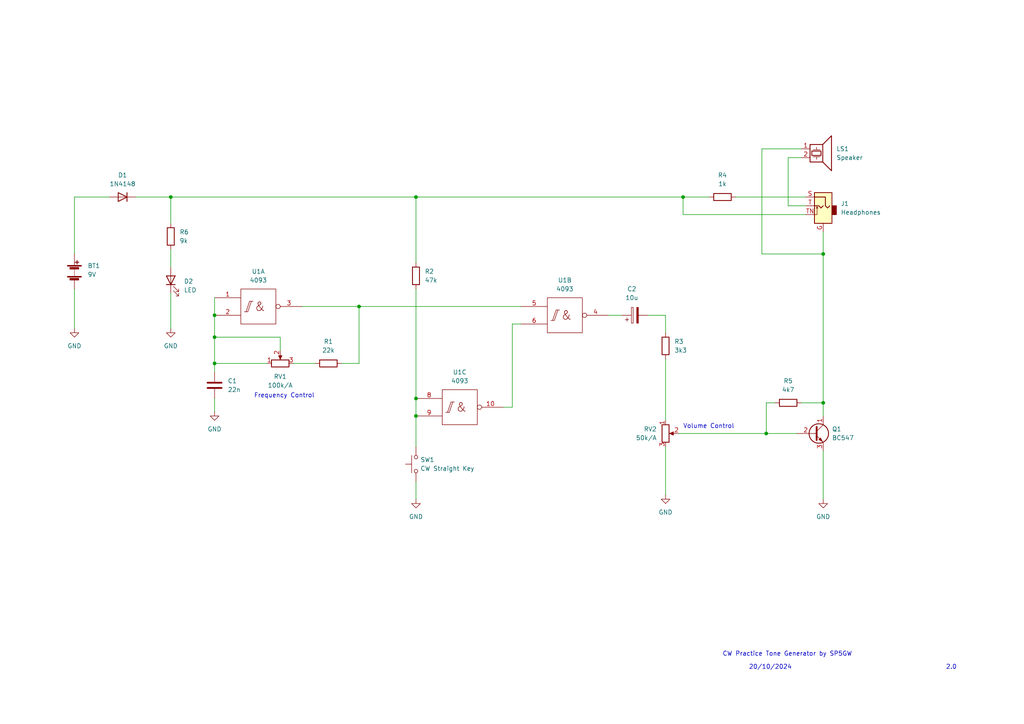
<source format=kicad_sch>
(kicad_sch (version 20211123) (generator eeschema)
  (paper "A4")
  (lib_symbols
    (symbol "4xxx_IEEE:4093" (pin_names (offset 0.762))
      (property "Reference" "U" (at 3.81 6.35 0))
      (property "Value" "4093" (at 5.08 -6.35 0))
      (symbol "4093_0_0"
        (rectangle (start -5.08 5.08) (end 5.08 -5.08))
        (polyline (pts (xy -4.064 -1.524) (xy -3.048 -1.524) (xy -2.032 1.524) (xy -1.524 1.524) (xy -2.54 1.524) (xy -3.556 -1.524) (xy -3.556 -1.524)))
        (text "&" (at 0.508 0 0) (effects (font (size 2.54 2.54))))
        (pin power_in line (at 0 5.08 270) (length 0) hide (name "Vdd") (number "14"))
        (pin power_in line (at 0 -5.08 90) (length 0) hide (name "Vss") (number "7"))
      )
      (symbol "4093_1_1"
        (pin input line (at -12.7 2.54 0) (length 7.62) (name "~") (number "1"))
        (pin input line (at -12.7 -2.54 0) (length 7.62) (name "~") (number "2"))
        (pin output inverted (at 12.7 0 180) (length 7.62) (name "~") (number "3"))
      )
      (symbol "4093_2_1"
        (pin output inverted (at 12.7 0 180) (length 7.62) (name "~") (number "4"))
        (pin input line (at -12.7 2.54 0) (length 7.62) (name "~") (number "5"))
        (pin input line (at -12.7 -2.54 0) (length 7.62) (name "~") (number "6"))
      )
      (symbol "4093_3_1"
        (pin output inverted (at 12.7 0 180) (length 7.62) (name "~") (number "10"))
        (pin input line (at -12.7 2.54 0) (length 7.62) (name "~") (number "8"))
        (pin input line (at -12.7 -2.54 0) (length 7.62) (name "~") (number "9"))
      )
      (symbol "4093_4_1"
        (pin output inverted (at 12.7 0 180) (length 7.62) (name "~") (number "11"))
        (pin input line (at -12.7 2.54 0) (length 7.62) (name "~") (number "12"))
        (pin input line (at -12.7 -2.54 0) (length 7.62) (name "~") (number "13"))
      )
    )
    (symbol "Connector:AudioJack2_Ground_SwitchT"
      (property "Reference" "J" (at 0 8.89 0))
      (property "Value" "AudioJack2_Ground_SwitchT" (at 0 6.35 0))
      (symbol "AudioJack2_Ground_SwitchT_0_1"
        (rectangle (start -2.54 0) (end -3.81 -2.54) (stroke (width 0.254)) (fill (type outline)))
        (polyline (pts (xy 1.778 -0.254) (xy 2.032 -0.762)))
        (polyline (pts (xy 0 0) (xy 0.635 -0.635) (xy 1.27 0) (xy 2.54 0)) (stroke (width 0.254)))
        (polyline (pts (xy 2.54 -2.54) (xy 1.778 -2.54) (xy 1.778 -0.254) (xy 1.524 -0.762)))
        (polyline (pts (xy 2.54 2.54) (xy -0.635 2.54) (xy -0.635 0) (xy -1.27 -0.635) (xy -1.905 0)) (stroke (width 0.254)))
        (rectangle (start 2.54 3.81) (end -2.54 -5.08) (stroke (width 0.254)) (fill (type background)))
      )
      (symbol "AudioJack2_Ground_SwitchT_1_1"
        (pin passive line (at 0 -7.62 90) (length 2.54) (name "~") (number "G"))
        (pin passive line (at 5.08 2.54 180) (length 2.54) (name "~") (number "S"))
        (pin passive line (at 5.08 0 180) (length 2.54) (name "~") (number "T"))
        (pin passive line (at 5.08 -2.54 180) (length 2.54) (name "~") (number "TN"))
      )
    )
    (symbol "Device:Battery" (pin_numbers hide) (pin_names (offset 0) hide)
      (property "Reference" "BT" (at 2.54 2.54 0))
      (property "Value" "Battery" (at 2.54 0 0))
      (symbol "Battery_0_1"
        (rectangle (start -2.032 -1.397) (end 2.032 -1.651) (fill (type outline)))
        (rectangle (start -2.032 1.778) (end 2.032 1.524) (fill (type outline)))
        (rectangle (start -1.3208 -1.9812) (end 1.27 -2.4892) (fill (type outline)))
        (rectangle (start -1.3208 1.1938) (end 1.27 0.6858) (fill (type outline)))
        (polyline (pts (xy 0 -1.524) (xy 0 -1.27)))
        (polyline (pts (xy 0 -1.016) (xy 0 -0.762)))
        (polyline (pts (xy 0 -0.508) (xy 0 -0.254)))
        (polyline (pts (xy 0 0) (xy 0 0.254)))
        (polyline (pts (xy 0 0.508) (xy 0 0.762)))
        (polyline (pts (xy 0 1.778) (xy 0 2.54)))
        (polyline (pts (xy 0.254 2.667) (xy 1.27 2.667)) (stroke (width 0.254)))
        (polyline (pts (xy 0.762 3.175) (xy 0.762 2.159)) (stroke (width 0.254)))
      )
      (symbol "Battery_1_1"
        (pin passive line (at 0 5.08 270) (length 2.54) (name "+") (number "1"))
        (pin passive line (at 0 -5.08 90) (length 2.54) (name "-") (number "2"))
      )
    )
    (symbol "Device:C" (pin_numbers hide) (pin_names (offset 0.254))
      (property "Reference" "C" (at 0.635 2.54 0))
      (property "Value" "C" (at 0.635 -2.54 0))
      (symbol "C_0_1"
        (polyline (pts (xy -2.032 -0.762) (xy 2.032 -0.762)) (stroke (width 0.508)))
        (polyline (pts (xy -2.032 0.762) (xy 2.032 0.762)) (stroke (width 0.508)))
      )
      (symbol "C_1_1"
        (pin passive line (at 0 3.81 270) (length 2.794) (name "~") (number "1"))
        (pin passive line (at 0 -3.81 90) (length 2.794) (name "~") (number "2"))
      )
    )
    (symbol "Device:C_Polarized" (pin_numbers hide) (pin_names (offset 0.254))
      (property "Reference" "C" (at 0.635 2.54 0))
      (property "Value" "C_Polarized" (at 0.635 -2.54 0))
      (symbol "C_Polarized_0_1"
        (rectangle (start -2.286 0.508) (end 2.286 1.016))
        (polyline (pts (xy -1.778 2.286) (xy -0.762 2.286)))
        (polyline (pts (xy -1.27 2.794) (xy -1.27 1.778)))
        (rectangle (start 2.286 -0.508) (end -2.286 -1.016) (fill (type outline)))
      )
      (symbol "C_Polarized_1_1"
        (pin passive line (at 0 3.81 270) (length 2.794) (name "~") (number "1"))
        (pin passive line (at 0 -3.81 90) (length 2.794) (name "~") (number "2"))
      )
    )
    (symbol "Device:D" (pin_numbers hide) (pin_names (offset 1.016) hide)
      (property "Reference" "D" (at 0 2.54 0))
      (property "Value" "D" (at 0 -2.54 0))
      (symbol "D_0_1"
        (polyline (pts (xy -1.27 1.27) (xy -1.27 -1.27)) (stroke (width 0.254)))
        (polyline (pts (xy 1.27 0) (xy -1.27 0)))
        (polyline (pts (xy 1.27 1.27) (xy 1.27 -1.27) (xy -1.27 0) (xy 1.27 1.27)) (stroke (width 0.254)))
      )
      (symbol "D_1_1"
        (pin passive line (at -3.81 0 0) (length 2.54) (name "K") (number "1"))
        (pin passive line (at 3.81 0 180) (length 2.54) (name "A") (number "2"))
      )
    )
    (symbol "Device:LED" (pin_numbers hide) (pin_names (offset 1.016) hide)
      (property "Reference" "D" (at 0 2.54 0))
      (property "Value" "LED" (at 0 -2.54 0))
      (symbol "LED_0_1"
        (polyline (pts (xy -1.27 -1.27) (xy -1.27 1.27)) (stroke (width 0.254)))
        (polyline (pts (xy -1.27 0) (xy 1.27 0)))
        (polyline (pts (xy 1.27 -1.27) (xy 1.27 1.27) (xy -1.27 0) (xy 1.27 -1.27)) (stroke (width 0.254)))
        (polyline (pts (xy -3.048 -0.762) (xy -4.572 -2.286) (xy -3.81 -2.286) (xy -4.572 -2.286) (xy -4.572 -1.524)))
        (polyline (pts (xy -1.778 -0.762) (xy -3.302 -2.286) (xy -2.54 -2.286) (xy -3.302 -2.286) (xy -3.302 -1.524)))
      )
      (symbol "LED_1_1"
        (pin passive line (at -3.81 0 0) (length 2.54) (name "K") (number "1"))
        (pin passive line (at 3.81 0 180) (length 2.54) (name "A") (number "2"))
      )
    )
    (symbol "Device:R" (pin_numbers hide) (pin_names (offset 0))
      (property "Reference" "R" (at 2.032 0 90))
      (property "Value" "R" (at 0 0 90))
      (symbol "R_0_1"
        (rectangle (start -1.016 -2.54) (end 1.016 2.54) (stroke (width 0.254)))
      )
      (symbol "R_1_1"
        (pin passive line (at 0 3.81 270) (length 1.27) (name "~") (number "1"))
        (pin passive line (at 0 -3.81 90) (length 1.27) (name "~") (number "2"))
      )
    )
    (symbol "Device:R_Potentiometer" (pin_names (offset 1.016) hide)
      (property "Reference" "RV" (at -4.445 0 90))
      (property "Value" "R_Potentiometer" (at -2.54 0 90))
      (symbol "R_Potentiometer_0_1"
        (polyline (pts (xy 2.54 0) (xy 1.524 0)))
        (polyline (pts (xy 1.143 0) (xy 2.286 0.508) (xy 2.286 -0.508) (xy 1.143 0)) (fill (type outline)))
        (rectangle (start 1.016 2.54) (end -1.016 -2.54) (stroke (width 0.254)))
      )
      (symbol "R_Potentiometer_1_1"
        (pin passive line (at 0 3.81 270) (length 1.27) (name "1") (number "1"))
        (pin passive line (at 3.81 0 180) (length 1.27) (name "2") (number "2"))
        (pin passive line (at 0 -3.81 90) (length 1.27) (name "3") (number "3"))
      )
    )
    (symbol "Device:Speaker_Crystal" (pin_names (offset 0) hide)
      (property "Reference" "LS" (at 0.635 5.715 0))
      (property "Value" "Speaker_Crystal" (at 0.635 3.81 0))
      (symbol "Speaker_Crystal_0_0"
        (rectangle (start -2.54 1.27) (end 1.143 -3.81) (stroke (width 0.254)))
        (rectangle (start -2.032 -0.635) (end 0.635 -1.905) (stroke (width 0.254)))
        (polyline (pts (xy -1.651 -2.286) (xy 0.381 -2.286)))
        (polyline (pts (xy -1.651 -0.254) (xy 0.381 -0.254)))
        (polyline (pts (xy -0.635 -2.286) (xy -0.635 -3.048)))
        (polyline (pts (xy -0.635 -0.254) (xy -0.635 0.508)))
        (polyline (pts (xy 1.143 1.27) (xy 3.683 3.81) (xy 3.683 -6.35) (xy 1.143 -3.81)) (stroke (width 0.254)))
      )
      (symbol "Speaker_Crystal_1_1"
        (pin input line (at -5.08 0 0) (length 2.54) (name "1") (number "1"))
        (pin input line (at -5.08 -2.54 0) (length 2.54) (name "2") (number "2"))
      )
    )
    (symbol "Switch:SW_Push" (pin_numbers hide) (pin_names (offset 1.016) hide)
      (property "Reference" "SW" (at 1.27 2.54 0))
      (property "Value" "SW_Push" (at 0 -1.524 0))
      (symbol "SW_Push_0_1"
        (circle (center -2.032 0) (radius 0.508))
        (polyline (pts (xy 0 1.27) (xy 0 3.048)))
        (polyline (pts (xy 2.54 1.27) (xy -2.54 1.27)))
        (circle (center 2.032 0) (radius 0.508))
        (pin passive line (at -5.08 0 0) (length 2.54) (name "1") (number "1"))
        (pin passive line (at 5.08 0 180) (length 2.54) (name "2") (number "2"))
      )
    )
    (symbol "Transistor_BJT:BC547" (pin_names (offset 0) hide)
      (property "Reference" "Q" (at 5.08 1.905 0))
      (property "Value" "BC547" (at 5.08 0 0))
      (symbol "BC547_0_1"
        (polyline (pts (xy 0 0) (xy 0.635 0)))
        (polyline (pts (xy 0.635 0.635) (xy 2.54 2.54)))
        (polyline (pts (xy 0.635 -0.635) (xy 2.54 -2.54) (xy 2.54 -2.54)))
        (polyline (pts (xy 0.635 1.905) (xy 0.635 -1.905) (xy 0.635 -1.905)) (stroke (width 0.508)))
        (polyline (pts (xy 1.27 -1.778) (xy 1.778 -1.27) (xy 2.286 -2.286) (xy 1.27 -1.778) (xy 1.27 -1.778)) (fill (type outline)))
        (circle (center 1.27 0) (radius 2.8194) (stroke (width 0.254)))
      )
      (symbol "BC547_1_1"
        (pin passive line (at 2.54 5.08 270) (length 2.54) (name "C") (number "1"))
        (pin input line (at -5.08 0 0) (length 5.08) (name "B") (number "2"))
        (pin passive line (at 2.54 -5.08 90) (length 2.54) (name "E") (number "3"))
      )
    )
    (symbol "power:GND" (power) (pin_names (offset 0))
      (property "Value" "GND" (at 0 -3.81 0))
      (symbol "GND_0_1"
        (polyline (pts (xy 0 0) (xy 0 -1.27) (xy 1.27 -1.27) (xy 0 -2.54) (xy -1.27 -1.27) (xy 0 -1.27)))
      )
      (symbol "GND_1_1"
        (pin power_in line (at 0 0 270) (length 0) hide (name "GND") (number "1"))
      )
    )
  )
  (junction (at 62.23 97.79))
  (junction (at 49.53 57.15))
  (junction (at 120.65 57.15))
  (junction (at 120.65 120.65))
  (junction (at 120.65 115.57))
  (junction (at 104.14 88.9))
  (junction (at 198.12 57.15))
  (junction (at 222.25 125.73))
  (junction (at 238.76 116.84))
  (junction (at 62.23 105.41))
  (junction (at 62.23 91.44))
  (junction (at 238.76 73.66))
  (wire (pts (xy 238.76 73.66) (xy 220.98 73.66)))
  (wire (pts (xy 120.65 139.7) (xy 120.65 144.78)))
  (wire (pts (xy 39.37 57.15) (xy 49.53 57.15)))
  (wire (pts (xy 222.25 125.73) (xy 231.14 125.73)))
  (wire (pts (xy 232.41 116.84) (xy 238.76 116.84)))
  (wire (pts (xy 238.76 67.31) (xy 238.76 73.66)))
  (wire (pts (xy 148.59 118.11) (xy 146.05 118.11)))
  (wire (pts (xy 193.04 129.54) (xy 193.04 143.51)))
  (wire (pts (xy 198.12 62.23) (xy 233.68 62.23)))
  (wire (pts (xy 224.79 116.84) (xy 222.25 116.84)))
  (wire (pts (xy 104.14 105.41) (xy 104.14 88.9)))
  (wire (pts (xy 104.14 88.9) (xy 151.13 88.9)))
  (wire (pts (xy 222.25 116.84) (xy 222.25 125.73)))
  (wire (pts (xy 62.23 91.44) (xy 62.23 97.79)))
  (wire (pts (xy 62.23 97.79) (xy 62.23 105.41)))
  (wire (pts (xy 85.09 105.41) (xy 91.44 105.41)))
  (wire (pts (xy 233.68 59.69) (xy 228.6 59.69)))
  (wire (pts (xy 99.06 105.41) (xy 104.14 105.41)))
  (wire (pts (xy 87.63 88.9) (xy 104.14 88.9)))
  (wire (pts (xy 193.04 91.44) (xy 193.04 96.52)))
  (wire (pts (xy 21.59 83.82) (xy 21.59 95.25)))
  (wire (pts (xy 198.12 57.15) (xy 198.12 62.23)))
  (wire (pts (xy 49.53 57.15) (xy 49.53 64.77)))
  (wire (pts (xy 148.59 93.98) (xy 148.59 118.11)))
  (wire (pts (xy 176.53 91.44) (xy 180.34 91.44)))
  (wire (pts (xy 120.65 57.15) (xy 198.12 57.15)))
  (wire (pts (xy 187.96 91.44) (xy 193.04 91.44)))
  (wire (pts (xy 81.28 101.6) (xy 81.28 97.79)))
  (wire (pts (xy 213.36 57.15) (xy 233.68 57.15)))
  (wire (pts (xy 21.59 57.15) (xy 31.75 57.15)))
  (wire (pts (xy 49.53 72.39) (xy 49.53 77.47)))
  (wire (pts (xy 238.76 130.81) (xy 238.76 144.78)))
  (wire (pts (xy 120.65 115.57) (xy 120.65 120.65)))
  (wire (pts (xy 62.23 105.41) (xy 62.23 107.95)))
  (wire (pts (xy 120.65 83.82) (xy 120.65 115.57)))
  (wire (pts (xy 21.59 57.15) (xy 21.59 73.66)))
  (wire (pts (xy 193.04 104.14) (xy 193.04 121.92)))
  (wire (pts (xy 198.12 57.15) (xy 205.74 57.15)))
  (wire (pts (xy 220.98 73.66) (xy 220.98 43.18)))
  (wire (pts (xy 49.53 85.09) (xy 49.53 95.25)))
  (wire (pts (xy 196.85 125.73) (xy 222.25 125.73)))
  (wire (pts (xy 62.23 86.36) (xy 62.23 91.44)))
  (wire (pts (xy 228.6 45.72) (xy 232.41 45.72)))
  (wire (pts (xy 62.23 115.57) (xy 62.23 119.38)))
  (wire (pts (xy 49.53 57.15) (xy 120.65 57.15)))
  (wire (pts (xy 62.23 105.41) (xy 77.47 105.41)))
  (wire (pts (xy 120.65 57.15) (xy 120.65 76.2)))
  (wire (pts (xy 238.76 120.65) (xy 238.76 116.84)))
  (wire (pts (xy 220.98 43.18) (xy 232.41 43.18)))
  (wire (pts (xy 62.23 97.79) (xy 81.28 97.79)))
  (wire (pts (xy 120.65 120.65) (xy 120.65 129.54)))
  (wire (pts (xy 228.6 59.69) (xy 228.6 45.72)))
  (wire (pts (xy 238.76 73.66) (xy 238.76 116.84)))
  (wire (pts (xy 151.13 93.98) (xy 148.59 93.98)))
  (text "Frequency Control" (at 73.66 115.57 0) (effects (font (size 1.27 1.27)) (justify left bottom)))
  (text "CW Practice Tone Generator by SP5GW" (at 209.55 190.5 0) (effects (font (size 1.27 1.27)) (justify left bottom)))
  (text "Volume Control" (at 198.12 124.46 0) (effects (font (size 1.27 1.27)) (justify left bottom)))
  (text "2.0" (at 274.32 194.31 0) (effects (font (size 1.27 1.27)) (justify left bottom)))
  (text "20/10/2024" (at 217.17 194.31 0) (effects (font (size 1.27 1.27)) (justify left bottom)))
  (symbol (lib_id "power:GND") (at 49.53 95.25 0) (unit 1)
    (property "Reference" "#PWR06" (effects hide))
    (property "Value" "GND" (at 49.53 100.33 0))
  )
  (symbol (lib_id "Device:C") (at 62.23 111.76 0) (unit 1)
    (property "Reference" "C1" (at 66.04 110.4899 0) (effects (justify left)))
    (property "Value" "22n" (at 66.04 113.0299 0) (effects (justify left)))
  )
  (symbol (lib_id "Device:R") (at 120.65 80.01 0) (unit 1)
    (property "Reference" "R2" (at 123.19 78.7399 0) (effects (justify left)))
    (property "Value" "47k" (at 123.19 81.2799 0) (effects (justify left)))
  )
  (symbol (lib_id "power:GND") (at 21.59 95.25 0) (unit 1)
    (property "Reference" "#PWR01" (effects hide))
    (property "Value" "GND" (at 21.59 100.33 0))
  )
  (symbol (lib_id "Device:R") (at 228.6 116.84 90) (unit 1)
    (property "Reference" "R5" (at 228.6 110.49 90))
    (property "Value" "4k7" (at 228.6 113.03 90))
  )
  (symbol (lib_id "Device:LED") (at 49.53 81.28 90) (unit 1)
    (property "Reference" "D2" (at 53.34 81.5974 90) (effects (justify right)))
    (property "Value" "LED" (at 53.34 84.1374 90) (effects (justify right)))
  )
  (symbol (lib_id "4xxx_IEEE:4093") (at 133.35 118.11 0) (unit 3)
    (property "Reference" "U1" (at 133.35 107.95 0))
    (property "Value" "4093" (at 133.35 110.49 0))
  )
  (symbol (lib_id "Device:R") (at 193.04 100.33 180) (unit 1)
    (property "Reference" "R3" (at 195.58 99.0599 0) (effects (justify right)))
    (property "Value" "3k3" (at 195.58 101.5999 0) (effects (justify right)))
  )
  (symbol (lib_id "Device:R_Potentiometer") (at 81.28 105.41 90) (unit 1)
    (property "Reference" "RV1" (at 81.28 109.22 90))
    (property "Value" "100k/A" (at 81.28 111.76 90))
  )
  (symbol (lib_id "Device:R") (at 49.53 68.58 0) (unit 1)
    (property "Reference" "R6" (at 52.07 67.3099 0) (effects (justify left)))
    (property "Value" "9k" (at 52.07 69.8499 0) (effects (justify left)))
  )
  (symbol (lib_id "power:GND") (at 238.76 144.78 0) (unit 1)
    (property "Reference" "#PWR05" (effects hide))
    (property "Value" "GND" (at 238.76 149.86 0))
  )
  (symbol (lib_id "power:GND") (at 120.65 144.78 0) (unit 1)
    (property "Reference" "#PWR03" (effects hide))
    (property "Value" "GND" (at 120.65 149.86 0))
  )
  (symbol (lib_id "4xxx_IEEE:4093") (at 74.93 88.9 0) (unit 1)
    (property "Reference" "U1" (at 74.93 78.74 0))
    (property "Value" "4093" (at 74.93 81.28 0))
  )
  (symbol (lib_id "4xxx_IEEE:4093") (at 163.83 91.44 0) (unit 2)
    (property "Reference" "U1" (at 163.83 81.28 0))
    (property "Value" "4093" (at 163.83 83.82 0))
  )
  (symbol (lib_id "power:GND") (at 62.23 119.38 0) (unit 1)
    (property "Reference" "#PWR02" (effects hide))
    (property "Value" "GND" (at 62.23 124.46 0))
  )
  (symbol (lib_id "Device:R") (at 209.55 57.15 90) (unit 1)
    (property "Reference" "R4" (at 209.55 50.8 90))
    (property "Value" "1k" (at 209.55 53.34 90))
  )
  (symbol (lib_id "Device:R_Potentiometer") (at 193.04 125.73 0) (unit 1)
    (property "Reference" "RV2" (at 190.5 124.4599 0) (effects (justify right)))
    (property "Value" "50k/A" (at 190.5 126.9999 0) (effects (justify right)))
  )
  (symbol (lib_id "power:GND") (at 193.04 143.51 0) (unit 1)
    (property "Reference" "#PWR04" (effects hide))
    (property "Value" "GND" (at 193.04 148.59 0))
  )
  (symbol (lib_id "Connector:AudioJack2_Ground_SwitchT") (at 238.76 59.69 0) (mirror y) (unit 1)
    (property "Reference" "J1" (at 243.84 59.0549 0) (effects (justify right)))
    (property "Value" "Headphones" (at 243.84 61.5949 0) (effects (justify right)))
  )
  (symbol (lib_id "Device:D") (at 35.56 57.15 180) (unit 1)
    (property "Reference" "D1" (at 35.56 50.8 0))
    (property "Value" "1N4148" (at 35.56 53.34 0))
  )
  (symbol (lib_id "Switch:SW_Push") (at 120.65 134.62 90) (unit 1)
    (property "Reference" "SW1" (at 121.92 133.3499 90) (effects (justify right)))
    (property "Value" "CW Straight Key" (at 121.92 135.8899 90) (effects (justify right)))
  )
  (symbol (lib_id "Transistor_BJT:BC547") (at 236.22 125.73 0) (unit 1)
    (property "Reference" "Q1" (at 241.3 124.4599 0) (effects (justify left)))
    (property "Value" "BC547" (at 241.3 126.9999 0) (effects (justify left)))
    (property "Footprint" "Package_TO_SOT_THT:TO-92_Inline" (effects hide))
    (property "Datasheet" "https://www.onsemi.com/pub/Collateral/BC550-D.pdf" (effects hide))
  )
  (symbol (lib_id "Device:Battery") (at 21.59 78.74 0) (unit 1)
    (property "Reference" "BT1" (at 25.4 77.0889 0) (effects (justify left)))
    (property "Value" "9V" (at 25.4 79.6289 0) (effects (justify left)))
  )
  (symbol (lib_id "Device:C_Polarized") (at 184.15 91.44 90) (unit 1)
    (property "Reference" "C2" (at 183.261 83.82 90))
    (property "Value" "10u" (at 183.261 86.36 90))
  )
  (symbol (lib_id "Device:R") (at 95.25 105.41 90) (unit 1)
    (property "Reference" "R1" (at 95.25 99.06 90))
    (property "Value" "22k" (at 95.25 101.6 90))
  )
  (symbol (lib_id "Device:Speaker_Crystal") (at 237.49 43.18 0) (unit 1)
    (property "Reference" "LS1" (at 242.57 43.1799 0) (effects (justify left)))
    (property "Value" "Speaker" (at 242.57 45.7199 0) (effects (justify left)))
  )
)
</source>
